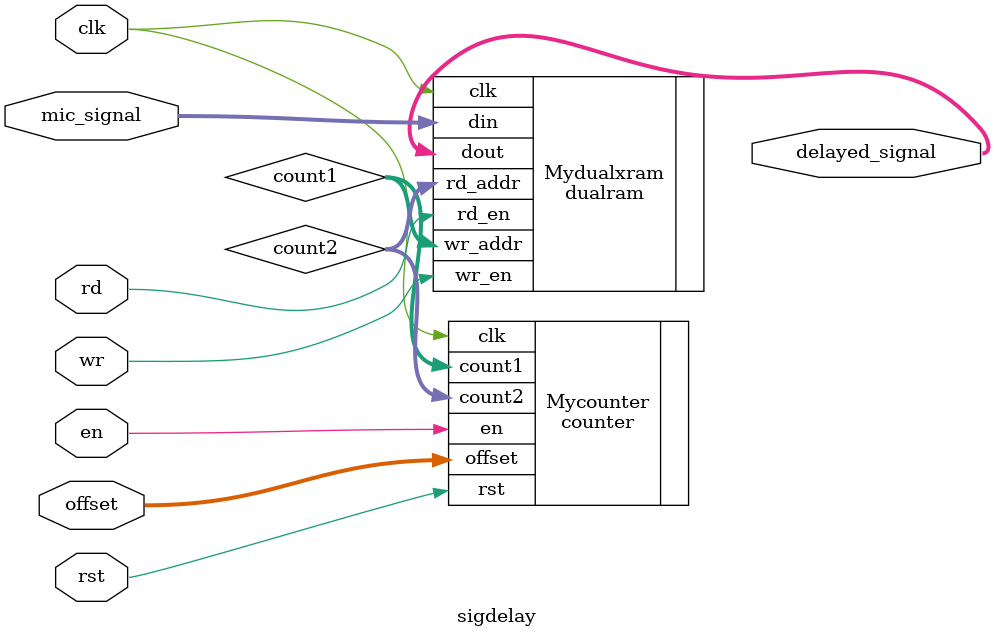
<source format=sv>
module sigdelay #(
    parameter WIDTH = 8
)(
    input logic             clk,
    input logic             rst,
    input logic             en,
    input logic             wr,
    input logic             rd,
    input logic [WIDTH-1:0] mic_signal,
    output logic [WIDTH-1:0] delayed_signal,
    input logic [WIDTH-1:0] offset
);

logic   [WIDTH:0]       count1;
logic   [WIDTH:0]       count2;

counter Mycounter(
    .clk(clk),
    .rst(rst),
    .en(en),
    .offset(offset),
    .count1(count1),
    .count2(count2)
);

dualram Mydualxram(
    .clk(clk),
    .wr_en(wr),
    .rd_en(rd),
    .wr_addr(count1),
    .rd_addr(count2),
    .din(mic_signal),
    .dout(delayed_signal)
);

endmodule

</source>
